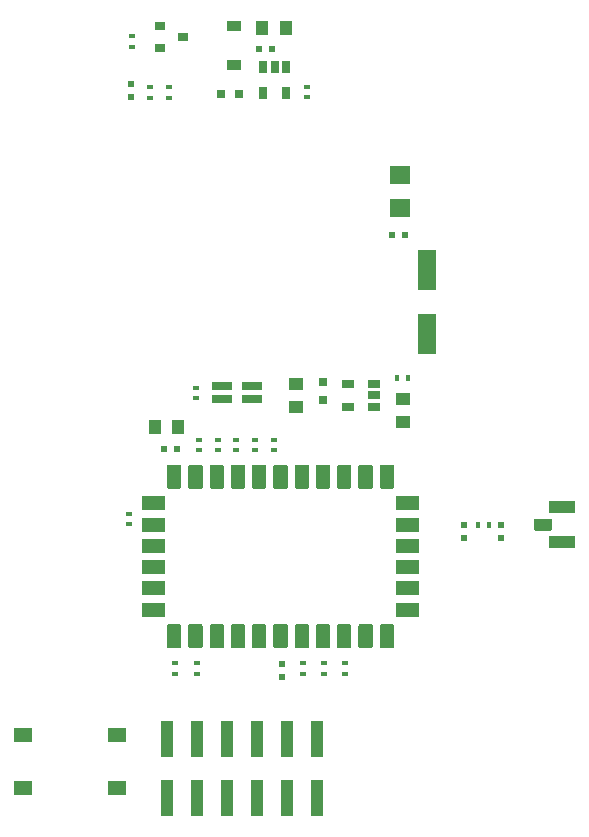
<source format=gbr>
G04 #@! TF.GenerationSoftware,KiCad,Pcbnew,(5.0.0)*
G04 #@! TF.CreationDate,2019-03-03T03:18:43+05:30*
G04 #@! TF.ProjectId,LoRa_Modbus,4C6F52615F4D6F646275732E6B696361,rev?*
G04 #@! TF.SameCoordinates,Original*
G04 #@! TF.FileFunction,Paste,Top*
G04 #@! TF.FilePolarity,Positive*
%FSLAX46Y46*%
G04 Gerber Fmt 4.6, Leading zero omitted, Abs format (unit mm)*
G04 Created by KiCad (PCBNEW (5.0.0)) date 03/03/19 03:18:43*
%MOMM*%
%LPD*%
G01*
G04 APERTURE LIST*
%ADD10R,0.800000X0.750000*%
%ADD11R,1.000000X1.250000*%
%ADD12R,0.600000X0.500000*%
%ADD13R,1.600000X3.500000*%
%ADD14R,0.500000X0.600000*%
%ADD15R,1.250000X1.000000*%
%ADD16R,0.750000X0.800000*%
%ADD17R,1.200000X0.900000*%
%ADD18R,1.800000X0.800000*%
%ADD19R,1.798320X1.597660*%
%ADD20R,1.000000X3.150000*%
%ADD21C,0.100000*%
%ADD22C,1.016000*%
%ADD23R,0.400000X0.600000*%
%ADD24R,0.900000X0.800000*%
%ADD25R,0.600000X0.400000*%
%ADD26R,1.550000X1.300000*%
%ADD27R,0.650000X1.060000*%
%ADD28R,1.060000X0.650000*%
%ADD29C,1.200000*%
G04 APERTURE END LIST*
D10*
G04 #@! TO.C,C1*
X106712320Y-84942680D03*
X108212320Y-84942680D03*
G04 #@! TD*
D11*
G04 #@! TO.C,C2*
X110151200Y-79354680D03*
X112151200Y-79354680D03*
G04 #@! TD*
D12*
G04 #@! TO.C,C3*
X122242780Y-96901000D03*
X121142780Y-96901000D03*
G04 #@! TD*
D13*
G04 #@! TO.C,C4*
X124092780Y-99916000D03*
X124092780Y-105316000D03*
G04 #@! TD*
D14*
G04 #@! TO.C,C5*
X99062540Y-84109560D03*
X99062540Y-85209560D03*
G04 #@! TD*
D15*
G04 #@! TO.C,C6*
X122100340Y-112779108D03*
X122100340Y-110779108D03*
G04 #@! TD*
G04 #@! TO.C,C7*
X113047780Y-111515400D03*
X113047780Y-109515400D03*
G04 #@! TD*
D16*
G04 #@! TO.C,C8*
X115288560Y-109402880D03*
X115288560Y-110902880D03*
G04 #@! TD*
D11*
G04 #@! TO.C,C9*
X101049580Y-113207800D03*
X103049580Y-113207800D03*
G04 #@! TD*
D12*
G04 #@! TO.C,C10*
X102914540Y-115001400D03*
X101814540Y-115001400D03*
G04 #@! TD*
D14*
G04 #@! TO.C,C11*
X130347720Y-122530440D03*
X130347720Y-121430440D03*
G04 #@! TD*
G04 #@! TO.C,C12*
X127233680Y-121430440D03*
X127233680Y-122530440D03*
G04 #@! TD*
G04 #@! TO.C,C13*
X111841280Y-133261620D03*
X111841280Y-134361620D03*
G04 #@! TD*
D12*
G04 #@! TO.C,C23*
X110951200Y-81168240D03*
X109851200Y-81168240D03*
G04 #@! TD*
D17*
G04 #@! TO.C,D1*
X107777280Y-79238840D03*
X107777280Y-82538840D03*
G04 #@! TD*
D18*
G04 #@! TO.C,D2*
X106758740Y-109702600D03*
X109258740Y-109702600D03*
X106758740Y-110802600D03*
X109258740Y-110802600D03*
G04 #@! TD*
D19*
G04 #@! TO.C,F1*
X121793000Y-94630240D03*
X121793000Y-91831160D03*
G04 #@! TD*
D20*
G04 #@! TO.C,J3*
X102097840Y-144622760D03*
X102097840Y-139572760D03*
X104637840Y-144622760D03*
X104637840Y-139572760D03*
X107177840Y-144622760D03*
X107177840Y-139572760D03*
X109717840Y-144622760D03*
X109717840Y-139572760D03*
X112257840Y-144622760D03*
X112257840Y-139572760D03*
X114797840Y-144622760D03*
X114797840Y-139572760D03*
G04 #@! TD*
D21*
G04 #@! TO.C,J$1*
G36*
X134594399Y-120919729D02*
X134604261Y-120921192D01*
X134613933Y-120923615D01*
X134623321Y-120926974D01*
X134632334Y-120931237D01*
X134640886Y-120936363D01*
X134648894Y-120942302D01*
X134656282Y-120948998D01*
X134662978Y-120956386D01*
X134668917Y-120964394D01*
X134674043Y-120972946D01*
X134678306Y-120981959D01*
X134681665Y-120991347D01*
X134684088Y-121001019D01*
X134685551Y-121010881D01*
X134686040Y-121020840D01*
X134686040Y-121833640D01*
X134685551Y-121843599D01*
X134684088Y-121853461D01*
X134681665Y-121863133D01*
X134678306Y-121872521D01*
X134674043Y-121881534D01*
X134668917Y-121890086D01*
X134662978Y-121898094D01*
X134656282Y-121905482D01*
X134648894Y-121912178D01*
X134640886Y-121918117D01*
X134632334Y-121923243D01*
X134623321Y-121927506D01*
X134613933Y-121930865D01*
X134604261Y-121933288D01*
X134594399Y-121934751D01*
X134584440Y-121935240D01*
X133263640Y-121935240D01*
X133253681Y-121934751D01*
X133243819Y-121933288D01*
X133234147Y-121930865D01*
X133224759Y-121927506D01*
X133215746Y-121923243D01*
X133207194Y-121918117D01*
X133199186Y-121912178D01*
X133191798Y-121905482D01*
X133185102Y-121898094D01*
X133179163Y-121890086D01*
X133174037Y-121881534D01*
X133169774Y-121872521D01*
X133166415Y-121863133D01*
X133163992Y-121853461D01*
X133162529Y-121843599D01*
X133162040Y-121833640D01*
X133162040Y-121020840D01*
X133162529Y-121010881D01*
X133163992Y-121001019D01*
X133166415Y-120991347D01*
X133169774Y-120981959D01*
X133174037Y-120972946D01*
X133179163Y-120964394D01*
X133185102Y-120956386D01*
X133191798Y-120948998D01*
X133199186Y-120942302D01*
X133207194Y-120936363D01*
X133215746Y-120931237D01*
X133224759Y-120926974D01*
X133234147Y-120923615D01*
X133243819Y-120921192D01*
X133253681Y-120919729D01*
X133263640Y-120919240D01*
X134584440Y-120919240D01*
X134594399Y-120919729D01*
X134594399Y-120919729D01*
G37*
D22*
X133924040Y-121427240D03*
D21*
G36*
X136552649Y-119449479D02*
X136562511Y-119450942D01*
X136572183Y-119453365D01*
X136581571Y-119456724D01*
X136590584Y-119460987D01*
X136599136Y-119466113D01*
X136607144Y-119472052D01*
X136614532Y-119478748D01*
X136621228Y-119486136D01*
X136627167Y-119494144D01*
X136632293Y-119502696D01*
X136636556Y-119511709D01*
X136639915Y-119521097D01*
X136642338Y-119530769D01*
X136643801Y-119540631D01*
X136644290Y-119550590D01*
X136644290Y-120363390D01*
X136643801Y-120373349D01*
X136642338Y-120383211D01*
X136639915Y-120392883D01*
X136636556Y-120402271D01*
X136632293Y-120411284D01*
X136627167Y-120419836D01*
X136621228Y-120427844D01*
X136614532Y-120435232D01*
X136607144Y-120441928D01*
X136599136Y-120447867D01*
X136590584Y-120452993D01*
X136581571Y-120457256D01*
X136572183Y-120460615D01*
X136562511Y-120463038D01*
X136552649Y-120464501D01*
X136542690Y-120464990D01*
X134545890Y-120464990D01*
X134535931Y-120464501D01*
X134526069Y-120463038D01*
X134516397Y-120460615D01*
X134507009Y-120457256D01*
X134497996Y-120452993D01*
X134489444Y-120447867D01*
X134481436Y-120441928D01*
X134474048Y-120435232D01*
X134467352Y-120427844D01*
X134461413Y-120419836D01*
X134456287Y-120411284D01*
X134452024Y-120402271D01*
X134448665Y-120392883D01*
X134446242Y-120383211D01*
X134444779Y-120373349D01*
X134444290Y-120363390D01*
X134444290Y-119550590D01*
X134444779Y-119540631D01*
X134446242Y-119530769D01*
X134448665Y-119521097D01*
X134452024Y-119511709D01*
X134456287Y-119502696D01*
X134461413Y-119494144D01*
X134467352Y-119486136D01*
X134474048Y-119478748D01*
X134481436Y-119472052D01*
X134489444Y-119466113D01*
X134497996Y-119460987D01*
X134507009Y-119456724D01*
X134516397Y-119453365D01*
X134526069Y-119450942D01*
X134535931Y-119449479D01*
X134545890Y-119448990D01*
X136542690Y-119448990D01*
X136552649Y-119449479D01*
X136552649Y-119449479D01*
G37*
D22*
X135544290Y-119956990D03*
D21*
G36*
X136552649Y-122389979D02*
X136562511Y-122391442D01*
X136572183Y-122393865D01*
X136581571Y-122397224D01*
X136590584Y-122401487D01*
X136599136Y-122406613D01*
X136607144Y-122412552D01*
X136614532Y-122419248D01*
X136621228Y-122426636D01*
X136627167Y-122434644D01*
X136632293Y-122443196D01*
X136636556Y-122452209D01*
X136639915Y-122461597D01*
X136642338Y-122471269D01*
X136643801Y-122481131D01*
X136644290Y-122491090D01*
X136644290Y-123303890D01*
X136643801Y-123313849D01*
X136642338Y-123323711D01*
X136639915Y-123333383D01*
X136636556Y-123342771D01*
X136632293Y-123351784D01*
X136627167Y-123360336D01*
X136621228Y-123368344D01*
X136614532Y-123375732D01*
X136607144Y-123382428D01*
X136599136Y-123388367D01*
X136590584Y-123393493D01*
X136581571Y-123397756D01*
X136572183Y-123401115D01*
X136562511Y-123403538D01*
X136552649Y-123405001D01*
X136542690Y-123405490D01*
X134545890Y-123405490D01*
X134535931Y-123405001D01*
X134526069Y-123403538D01*
X134516397Y-123401115D01*
X134507009Y-123397756D01*
X134497996Y-123393493D01*
X134489444Y-123388367D01*
X134481436Y-123382428D01*
X134474048Y-123375732D01*
X134467352Y-123368344D01*
X134461413Y-123360336D01*
X134456287Y-123351784D01*
X134452024Y-123342771D01*
X134448665Y-123333383D01*
X134446242Y-123323711D01*
X134444779Y-123313849D01*
X134444290Y-123303890D01*
X134444290Y-122491090D01*
X134444779Y-122481131D01*
X134446242Y-122471269D01*
X134448665Y-122461597D01*
X134452024Y-122452209D01*
X134456287Y-122443196D01*
X134461413Y-122434644D01*
X134467352Y-122426636D01*
X134474048Y-122419248D01*
X134481436Y-122412552D01*
X134489444Y-122406613D01*
X134497996Y-122401487D01*
X134507009Y-122397224D01*
X134516397Y-122393865D01*
X134526069Y-122391442D01*
X134535931Y-122389979D01*
X134545890Y-122389490D01*
X136542690Y-122389490D01*
X136552649Y-122389979D01*
X136552649Y-122389979D01*
G37*
D22*
X135544290Y-122897490D03*
G04 #@! TD*
D23*
G04 #@! TO.C,L1*
X128429600Y-121427240D03*
X129329600Y-121427240D03*
G04 #@! TD*
D24*
G04 #@! TO.C,Q1*
X103473760Y-80167480D03*
X101473760Y-81117480D03*
X101473760Y-79217480D03*
G04 #@! TD*
D25*
G04 #@! TO.C,R1*
X113969800Y-85265680D03*
X113969800Y-84365680D03*
G04 #@! TD*
G04 #@! TO.C,R2*
X99146360Y-81001020D03*
X99146360Y-80101020D03*
G04 #@! TD*
G04 #@! TO.C,R3*
X102288340Y-84409560D03*
X102288340Y-85309560D03*
G04 #@! TD*
G04 #@! TO.C,R4*
X100645440Y-84409560D03*
X100645440Y-85309560D03*
G04 #@! TD*
D23*
G04 #@! TO.C,R5*
X121599540Y-109031268D03*
X122499540Y-109031268D03*
G04 #@! TD*
D25*
G04 #@! TO.C,R6*
X109571790Y-114256400D03*
X109571790Y-115156400D03*
G04 #@! TD*
G04 #@! TO.C,R7*
X113608066Y-133161620D03*
X113608066Y-134061620D03*
G04 #@! TD*
G04 #@! TO.C,R8*
X111163100Y-114256400D03*
X111163100Y-115156400D03*
G04 #@! TD*
G04 #@! TO.C,R9*
X117139720Y-133161620D03*
X117139720Y-134061620D03*
G04 #@! TD*
G04 #@! TO.C,R10*
X115373892Y-134061620D03*
X115373892Y-133161620D03*
G04 #@! TD*
G04 #@! TO.C,R11*
X104637840Y-134061620D03*
X104637840Y-133161620D03*
G04 #@! TD*
G04 #@! TO.C,R12*
X102814120Y-134061620D03*
X102814120Y-133161620D03*
G04 #@! TD*
G04 #@! TO.C,R13*
X104797860Y-115156400D03*
X104797860Y-114256400D03*
G04 #@! TD*
G04 #@! TO.C,R14*
X98882200Y-120512000D03*
X98882200Y-121412000D03*
G04 #@! TD*
G04 #@! TO.C,R15*
X104594660Y-109852040D03*
X104594660Y-110752040D03*
G04 #@! TD*
G04 #@! TO.C,R16*
X106389170Y-114256400D03*
X106389170Y-115156400D03*
G04 #@! TD*
G04 #@! TO.C,R17*
X107980480Y-115156400D03*
X107980480Y-114256400D03*
G04 #@! TD*
D26*
G04 #@! TO.C,SW1*
X97883800Y-143753400D03*
X97883800Y-139253400D03*
X89923800Y-139253400D03*
X89923800Y-143753400D03*
G04 #@! TD*
D27*
G04 #@! TO.C,U1*
X112151200Y-82704760D03*
X111201200Y-82704760D03*
X110251200Y-82704760D03*
X110251200Y-84904760D03*
X112151200Y-84904760D03*
G04 #@! TD*
D28*
G04 #@! TO.C,U3*
X117444340Y-111445080D03*
X117444340Y-109545080D03*
X119644340Y-109545080D03*
X119644340Y-110495080D03*
X119644340Y-111445080D03*
G04 #@! TD*
D21*
G04 #@! TO.C,U4*
G36*
X101850962Y-122635458D02*
X101862611Y-122637186D01*
X101874034Y-122640047D01*
X101885122Y-122644014D01*
X101895768Y-122649049D01*
X101905868Y-122655104D01*
X101915327Y-122662119D01*
X101924053Y-122670027D01*
X101931961Y-122678753D01*
X101938976Y-122688212D01*
X101945031Y-122698312D01*
X101950066Y-122708958D01*
X101954033Y-122720046D01*
X101956894Y-122731469D01*
X101958622Y-122743118D01*
X101959200Y-122754880D01*
X101959200Y-123714880D01*
X101958622Y-123726642D01*
X101956894Y-123738291D01*
X101954033Y-123749714D01*
X101950066Y-123760802D01*
X101945031Y-123771448D01*
X101938976Y-123781548D01*
X101931961Y-123791007D01*
X101924053Y-123799733D01*
X101915327Y-123807641D01*
X101905868Y-123814656D01*
X101895768Y-123820711D01*
X101885122Y-123825746D01*
X101874034Y-123829713D01*
X101862611Y-123832574D01*
X101850962Y-123834302D01*
X101839200Y-123834880D01*
X100079200Y-123834880D01*
X100067438Y-123834302D01*
X100055789Y-123832574D01*
X100044366Y-123829713D01*
X100033278Y-123825746D01*
X100022632Y-123820711D01*
X100012532Y-123814656D01*
X100003073Y-123807641D01*
X99994347Y-123799733D01*
X99986439Y-123791007D01*
X99979424Y-123781548D01*
X99973369Y-123771448D01*
X99968334Y-123760802D01*
X99964367Y-123749714D01*
X99961506Y-123738291D01*
X99959778Y-123726642D01*
X99959200Y-123714880D01*
X99959200Y-122754880D01*
X99959778Y-122743118D01*
X99961506Y-122731469D01*
X99964367Y-122720046D01*
X99968334Y-122708958D01*
X99973369Y-122698312D01*
X99979424Y-122688212D01*
X99986439Y-122678753D01*
X99994347Y-122670027D01*
X100003073Y-122662119D01*
X100012532Y-122655104D01*
X100022632Y-122649049D01*
X100033278Y-122644014D01*
X100044366Y-122640047D01*
X100055789Y-122637186D01*
X100067438Y-122635458D01*
X100079200Y-122634880D01*
X101839200Y-122634880D01*
X101850962Y-122635458D01*
X101850962Y-122635458D01*
G37*
D29*
X100959200Y-123234880D03*
D21*
G36*
X101850962Y-120835458D02*
X101862611Y-120837186D01*
X101874034Y-120840047D01*
X101885122Y-120844014D01*
X101895768Y-120849049D01*
X101905868Y-120855104D01*
X101915327Y-120862119D01*
X101924053Y-120870027D01*
X101931961Y-120878753D01*
X101938976Y-120888212D01*
X101945031Y-120898312D01*
X101950066Y-120908958D01*
X101954033Y-120920046D01*
X101956894Y-120931469D01*
X101958622Y-120943118D01*
X101959200Y-120954880D01*
X101959200Y-121914880D01*
X101958622Y-121926642D01*
X101956894Y-121938291D01*
X101954033Y-121949714D01*
X101950066Y-121960802D01*
X101945031Y-121971448D01*
X101938976Y-121981548D01*
X101931961Y-121991007D01*
X101924053Y-121999733D01*
X101915327Y-122007641D01*
X101905868Y-122014656D01*
X101895768Y-122020711D01*
X101885122Y-122025746D01*
X101874034Y-122029713D01*
X101862611Y-122032574D01*
X101850962Y-122034302D01*
X101839200Y-122034880D01*
X100079200Y-122034880D01*
X100067438Y-122034302D01*
X100055789Y-122032574D01*
X100044366Y-122029713D01*
X100033278Y-122025746D01*
X100022632Y-122020711D01*
X100012532Y-122014656D01*
X100003073Y-122007641D01*
X99994347Y-121999733D01*
X99986439Y-121991007D01*
X99979424Y-121981548D01*
X99973369Y-121971448D01*
X99968334Y-121960802D01*
X99964367Y-121949714D01*
X99961506Y-121938291D01*
X99959778Y-121926642D01*
X99959200Y-121914880D01*
X99959200Y-120954880D01*
X99959778Y-120943118D01*
X99961506Y-120931469D01*
X99964367Y-120920046D01*
X99968334Y-120908958D01*
X99973369Y-120898312D01*
X99979424Y-120888212D01*
X99986439Y-120878753D01*
X99994347Y-120870027D01*
X100003073Y-120862119D01*
X100012532Y-120855104D01*
X100022632Y-120849049D01*
X100033278Y-120844014D01*
X100044366Y-120840047D01*
X100055789Y-120837186D01*
X100067438Y-120835458D01*
X100079200Y-120834880D01*
X101839200Y-120834880D01*
X101850962Y-120835458D01*
X101850962Y-120835458D01*
G37*
D29*
X100959200Y-121434880D03*
D21*
G36*
X101850962Y-119035458D02*
X101862611Y-119037186D01*
X101874034Y-119040047D01*
X101885122Y-119044014D01*
X101895768Y-119049049D01*
X101905868Y-119055104D01*
X101915327Y-119062119D01*
X101924053Y-119070027D01*
X101931961Y-119078753D01*
X101938976Y-119088212D01*
X101945031Y-119098312D01*
X101950066Y-119108958D01*
X101954033Y-119120046D01*
X101956894Y-119131469D01*
X101958622Y-119143118D01*
X101959200Y-119154880D01*
X101959200Y-120114880D01*
X101958622Y-120126642D01*
X101956894Y-120138291D01*
X101954033Y-120149714D01*
X101950066Y-120160802D01*
X101945031Y-120171448D01*
X101938976Y-120181548D01*
X101931961Y-120191007D01*
X101924053Y-120199733D01*
X101915327Y-120207641D01*
X101905868Y-120214656D01*
X101895768Y-120220711D01*
X101885122Y-120225746D01*
X101874034Y-120229713D01*
X101862611Y-120232574D01*
X101850962Y-120234302D01*
X101839200Y-120234880D01*
X100079200Y-120234880D01*
X100067438Y-120234302D01*
X100055789Y-120232574D01*
X100044366Y-120229713D01*
X100033278Y-120225746D01*
X100022632Y-120220711D01*
X100012532Y-120214656D01*
X100003073Y-120207641D01*
X99994347Y-120199733D01*
X99986439Y-120191007D01*
X99979424Y-120181548D01*
X99973369Y-120171448D01*
X99968334Y-120160802D01*
X99964367Y-120149714D01*
X99961506Y-120138291D01*
X99959778Y-120126642D01*
X99959200Y-120114880D01*
X99959200Y-119154880D01*
X99959778Y-119143118D01*
X99961506Y-119131469D01*
X99964367Y-119120046D01*
X99968334Y-119108958D01*
X99973369Y-119098312D01*
X99979424Y-119088212D01*
X99986439Y-119078753D01*
X99994347Y-119070027D01*
X100003073Y-119062119D01*
X100012532Y-119055104D01*
X100022632Y-119049049D01*
X100033278Y-119044014D01*
X100044366Y-119040047D01*
X100055789Y-119037186D01*
X100067438Y-119035458D01*
X100079200Y-119034880D01*
X101839200Y-119034880D01*
X101850962Y-119035458D01*
X101850962Y-119035458D01*
G37*
D29*
X100959200Y-119634880D03*
D21*
G36*
X101850962Y-124435458D02*
X101862611Y-124437186D01*
X101874034Y-124440047D01*
X101885122Y-124444014D01*
X101895768Y-124449049D01*
X101905868Y-124455104D01*
X101915327Y-124462119D01*
X101924053Y-124470027D01*
X101931961Y-124478753D01*
X101938976Y-124488212D01*
X101945031Y-124498312D01*
X101950066Y-124508958D01*
X101954033Y-124520046D01*
X101956894Y-124531469D01*
X101958622Y-124543118D01*
X101959200Y-124554880D01*
X101959200Y-125514880D01*
X101958622Y-125526642D01*
X101956894Y-125538291D01*
X101954033Y-125549714D01*
X101950066Y-125560802D01*
X101945031Y-125571448D01*
X101938976Y-125581548D01*
X101931961Y-125591007D01*
X101924053Y-125599733D01*
X101915327Y-125607641D01*
X101905868Y-125614656D01*
X101895768Y-125620711D01*
X101885122Y-125625746D01*
X101874034Y-125629713D01*
X101862611Y-125632574D01*
X101850962Y-125634302D01*
X101839200Y-125634880D01*
X100079200Y-125634880D01*
X100067438Y-125634302D01*
X100055789Y-125632574D01*
X100044366Y-125629713D01*
X100033278Y-125625746D01*
X100022632Y-125620711D01*
X100012532Y-125614656D01*
X100003073Y-125607641D01*
X99994347Y-125599733D01*
X99986439Y-125591007D01*
X99979424Y-125581548D01*
X99973369Y-125571448D01*
X99968334Y-125560802D01*
X99964367Y-125549714D01*
X99961506Y-125538291D01*
X99959778Y-125526642D01*
X99959200Y-125514880D01*
X99959200Y-124554880D01*
X99959778Y-124543118D01*
X99961506Y-124531469D01*
X99964367Y-124520046D01*
X99968334Y-124508958D01*
X99973369Y-124498312D01*
X99979424Y-124488212D01*
X99986439Y-124478753D01*
X99994347Y-124470027D01*
X100003073Y-124462119D01*
X100012532Y-124455104D01*
X100022632Y-124449049D01*
X100033278Y-124444014D01*
X100044366Y-124440047D01*
X100055789Y-124437186D01*
X100067438Y-124435458D01*
X100079200Y-124434880D01*
X101839200Y-124434880D01*
X101850962Y-124435458D01*
X101850962Y-124435458D01*
G37*
D29*
X100959200Y-125034880D03*
D21*
G36*
X101850962Y-126235458D02*
X101862611Y-126237186D01*
X101874034Y-126240047D01*
X101885122Y-126244014D01*
X101895768Y-126249049D01*
X101905868Y-126255104D01*
X101915327Y-126262119D01*
X101924053Y-126270027D01*
X101931961Y-126278753D01*
X101938976Y-126288212D01*
X101945031Y-126298312D01*
X101950066Y-126308958D01*
X101954033Y-126320046D01*
X101956894Y-126331469D01*
X101958622Y-126343118D01*
X101959200Y-126354880D01*
X101959200Y-127314880D01*
X101958622Y-127326642D01*
X101956894Y-127338291D01*
X101954033Y-127349714D01*
X101950066Y-127360802D01*
X101945031Y-127371448D01*
X101938976Y-127381548D01*
X101931961Y-127391007D01*
X101924053Y-127399733D01*
X101915327Y-127407641D01*
X101905868Y-127414656D01*
X101895768Y-127420711D01*
X101885122Y-127425746D01*
X101874034Y-127429713D01*
X101862611Y-127432574D01*
X101850962Y-127434302D01*
X101839200Y-127434880D01*
X100079200Y-127434880D01*
X100067438Y-127434302D01*
X100055789Y-127432574D01*
X100044366Y-127429713D01*
X100033278Y-127425746D01*
X100022632Y-127420711D01*
X100012532Y-127414656D01*
X100003073Y-127407641D01*
X99994347Y-127399733D01*
X99986439Y-127391007D01*
X99979424Y-127381548D01*
X99973369Y-127371448D01*
X99968334Y-127360802D01*
X99964367Y-127349714D01*
X99961506Y-127338291D01*
X99959778Y-127326642D01*
X99959200Y-127314880D01*
X99959200Y-126354880D01*
X99959778Y-126343118D01*
X99961506Y-126331469D01*
X99964367Y-126320046D01*
X99968334Y-126308958D01*
X99973369Y-126298312D01*
X99979424Y-126288212D01*
X99986439Y-126278753D01*
X99994347Y-126270027D01*
X100003073Y-126262119D01*
X100012532Y-126255104D01*
X100022632Y-126249049D01*
X100033278Y-126244014D01*
X100044366Y-126240047D01*
X100055789Y-126237186D01*
X100067438Y-126235458D01*
X100079200Y-126234880D01*
X101839200Y-126234880D01*
X101850962Y-126235458D01*
X101850962Y-126235458D01*
G37*
D29*
X100959200Y-126834880D03*
D21*
G36*
X101850962Y-128035458D02*
X101862611Y-128037186D01*
X101874034Y-128040047D01*
X101885122Y-128044014D01*
X101895768Y-128049049D01*
X101905868Y-128055104D01*
X101915327Y-128062119D01*
X101924053Y-128070027D01*
X101931961Y-128078753D01*
X101938976Y-128088212D01*
X101945031Y-128098312D01*
X101950066Y-128108958D01*
X101954033Y-128120046D01*
X101956894Y-128131469D01*
X101958622Y-128143118D01*
X101959200Y-128154880D01*
X101959200Y-129114880D01*
X101958622Y-129126642D01*
X101956894Y-129138291D01*
X101954033Y-129149714D01*
X101950066Y-129160802D01*
X101945031Y-129171448D01*
X101938976Y-129181548D01*
X101931961Y-129191007D01*
X101924053Y-129199733D01*
X101915327Y-129207641D01*
X101905868Y-129214656D01*
X101895768Y-129220711D01*
X101885122Y-129225746D01*
X101874034Y-129229713D01*
X101862611Y-129232574D01*
X101850962Y-129234302D01*
X101839200Y-129234880D01*
X100079200Y-129234880D01*
X100067438Y-129234302D01*
X100055789Y-129232574D01*
X100044366Y-129229713D01*
X100033278Y-129225746D01*
X100022632Y-129220711D01*
X100012532Y-129214656D01*
X100003073Y-129207641D01*
X99994347Y-129199733D01*
X99986439Y-129191007D01*
X99979424Y-129181548D01*
X99973369Y-129171448D01*
X99968334Y-129160802D01*
X99964367Y-129149714D01*
X99961506Y-129138291D01*
X99959778Y-129126642D01*
X99959200Y-129114880D01*
X99959200Y-128154880D01*
X99959778Y-128143118D01*
X99961506Y-128131469D01*
X99964367Y-128120046D01*
X99968334Y-128108958D01*
X99973369Y-128098312D01*
X99979424Y-128088212D01*
X99986439Y-128078753D01*
X99994347Y-128070027D01*
X100003073Y-128062119D01*
X100012532Y-128055104D01*
X100022632Y-128049049D01*
X100033278Y-128044014D01*
X100044366Y-128040047D01*
X100055789Y-128037186D01*
X100067438Y-128035458D01*
X100079200Y-128034880D01*
X101839200Y-128034880D01*
X101850962Y-128035458D01*
X101850962Y-128035458D01*
G37*
D29*
X100959200Y-128634880D03*
D21*
G36*
X123350962Y-122635458D02*
X123362611Y-122637186D01*
X123374034Y-122640047D01*
X123385122Y-122644014D01*
X123395768Y-122649049D01*
X123405868Y-122655104D01*
X123415327Y-122662119D01*
X123424053Y-122670027D01*
X123431961Y-122678753D01*
X123438976Y-122688212D01*
X123445031Y-122698312D01*
X123450066Y-122708958D01*
X123454033Y-122720046D01*
X123456894Y-122731469D01*
X123458622Y-122743118D01*
X123459200Y-122754880D01*
X123459200Y-123714880D01*
X123458622Y-123726642D01*
X123456894Y-123738291D01*
X123454033Y-123749714D01*
X123450066Y-123760802D01*
X123445031Y-123771448D01*
X123438976Y-123781548D01*
X123431961Y-123791007D01*
X123424053Y-123799733D01*
X123415327Y-123807641D01*
X123405868Y-123814656D01*
X123395768Y-123820711D01*
X123385122Y-123825746D01*
X123374034Y-123829713D01*
X123362611Y-123832574D01*
X123350962Y-123834302D01*
X123339200Y-123834880D01*
X121579200Y-123834880D01*
X121567438Y-123834302D01*
X121555789Y-123832574D01*
X121544366Y-123829713D01*
X121533278Y-123825746D01*
X121522632Y-123820711D01*
X121512532Y-123814656D01*
X121503073Y-123807641D01*
X121494347Y-123799733D01*
X121486439Y-123791007D01*
X121479424Y-123781548D01*
X121473369Y-123771448D01*
X121468334Y-123760802D01*
X121464367Y-123749714D01*
X121461506Y-123738291D01*
X121459778Y-123726642D01*
X121459200Y-123714880D01*
X121459200Y-122754880D01*
X121459778Y-122743118D01*
X121461506Y-122731469D01*
X121464367Y-122720046D01*
X121468334Y-122708958D01*
X121473369Y-122698312D01*
X121479424Y-122688212D01*
X121486439Y-122678753D01*
X121494347Y-122670027D01*
X121503073Y-122662119D01*
X121512532Y-122655104D01*
X121522632Y-122649049D01*
X121533278Y-122644014D01*
X121544366Y-122640047D01*
X121555789Y-122637186D01*
X121567438Y-122635458D01*
X121579200Y-122634880D01*
X123339200Y-122634880D01*
X123350962Y-122635458D01*
X123350962Y-122635458D01*
G37*
D29*
X122459200Y-123234880D03*
D21*
G36*
X123350962Y-119035458D02*
X123362611Y-119037186D01*
X123374034Y-119040047D01*
X123385122Y-119044014D01*
X123395768Y-119049049D01*
X123405868Y-119055104D01*
X123415327Y-119062119D01*
X123424053Y-119070027D01*
X123431961Y-119078753D01*
X123438976Y-119088212D01*
X123445031Y-119098312D01*
X123450066Y-119108958D01*
X123454033Y-119120046D01*
X123456894Y-119131469D01*
X123458622Y-119143118D01*
X123459200Y-119154880D01*
X123459200Y-120114880D01*
X123458622Y-120126642D01*
X123456894Y-120138291D01*
X123454033Y-120149714D01*
X123450066Y-120160802D01*
X123445031Y-120171448D01*
X123438976Y-120181548D01*
X123431961Y-120191007D01*
X123424053Y-120199733D01*
X123415327Y-120207641D01*
X123405868Y-120214656D01*
X123395768Y-120220711D01*
X123385122Y-120225746D01*
X123374034Y-120229713D01*
X123362611Y-120232574D01*
X123350962Y-120234302D01*
X123339200Y-120234880D01*
X121579200Y-120234880D01*
X121567438Y-120234302D01*
X121555789Y-120232574D01*
X121544366Y-120229713D01*
X121533278Y-120225746D01*
X121522632Y-120220711D01*
X121512532Y-120214656D01*
X121503073Y-120207641D01*
X121494347Y-120199733D01*
X121486439Y-120191007D01*
X121479424Y-120181548D01*
X121473369Y-120171448D01*
X121468334Y-120160802D01*
X121464367Y-120149714D01*
X121461506Y-120138291D01*
X121459778Y-120126642D01*
X121459200Y-120114880D01*
X121459200Y-119154880D01*
X121459778Y-119143118D01*
X121461506Y-119131469D01*
X121464367Y-119120046D01*
X121468334Y-119108958D01*
X121473369Y-119098312D01*
X121479424Y-119088212D01*
X121486439Y-119078753D01*
X121494347Y-119070027D01*
X121503073Y-119062119D01*
X121512532Y-119055104D01*
X121522632Y-119049049D01*
X121533278Y-119044014D01*
X121544366Y-119040047D01*
X121555789Y-119037186D01*
X121567438Y-119035458D01*
X121579200Y-119034880D01*
X123339200Y-119034880D01*
X123350962Y-119035458D01*
X123350962Y-119035458D01*
G37*
D29*
X122459200Y-119634880D03*
D21*
G36*
X123350962Y-120835458D02*
X123362611Y-120837186D01*
X123374034Y-120840047D01*
X123385122Y-120844014D01*
X123395768Y-120849049D01*
X123405868Y-120855104D01*
X123415327Y-120862119D01*
X123424053Y-120870027D01*
X123431961Y-120878753D01*
X123438976Y-120888212D01*
X123445031Y-120898312D01*
X123450066Y-120908958D01*
X123454033Y-120920046D01*
X123456894Y-120931469D01*
X123458622Y-120943118D01*
X123459200Y-120954880D01*
X123459200Y-121914880D01*
X123458622Y-121926642D01*
X123456894Y-121938291D01*
X123454033Y-121949714D01*
X123450066Y-121960802D01*
X123445031Y-121971448D01*
X123438976Y-121981548D01*
X123431961Y-121991007D01*
X123424053Y-121999733D01*
X123415327Y-122007641D01*
X123405868Y-122014656D01*
X123395768Y-122020711D01*
X123385122Y-122025746D01*
X123374034Y-122029713D01*
X123362611Y-122032574D01*
X123350962Y-122034302D01*
X123339200Y-122034880D01*
X121579200Y-122034880D01*
X121567438Y-122034302D01*
X121555789Y-122032574D01*
X121544366Y-122029713D01*
X121533278Y-122025746D01*
X121522632Y-122020711D01*
X121512532Y-122014656D01*
X121503073Y-122007641D01*
X121494347Y-121999733D01*
X121486439Y-121991007D01*
X121479424Y-121981548D01*
X121473369Y-121971448D01*
X121468334Y-121960802D01*
X121464367Y-121949714D01*
X121461506Y-121938291D01*
X121459778Y-121926642D01*
X121459200Y-121914880D01*
X121459200Y-120954880D01*
X121459778Y-120943118D01*
X121461506Y-120931469D01*
X121464367Y-120920046D01*
X121468334Y-120908958D01*
X121473369Y-120898312D01*
X121479424Y-120888212D01*
X121486439Y-120878753D01*
X121494347Y-120870027D01*
X121503073Y-120862119D01*
X121512532Y-120855104D01*
X121522632Y-120849049D01*
X121533278Y-120844014D01*
X121544366Y-120840047D01*
X121555789Y-120837186D01*
X121567438Y-120835458D01*
X121579200Y-120834880D01*
X123339200Y-120834880D01*
X123350962Y-120835458D01*
X123350962Y-120835458D01*
G37*
D29*
X122459200Y-121434880D03*
D21*
G36*
X123350962Y-124435458D02*
X123362611Y-124437186D01*
X123374034Y-124440047D01*
X123385122Y-124444014D01*
X123395768Y-124449049D01*
X123405868Y-124455104D01*
X123415327Y-124462119D01*
X123424053Y-124470027D01*
X123431961Y-124478753D01*
X123438976Y-124488212D01*
X123445031Y-124498312D01*
X123450066Y-124508958D01*
X123454033Y-124520046D01*
X123456894Y-124531469D01*
X123458622Y-124543118D01*
X123459200Y-124554880D01*
X123459200Y-125514880D01*
X123458622Y-125526642D01*
X123456894Y-125538291D01*
X123454033Y-125549714D01*
X123450066Y-125560802D01*
X123445031Y-125571448D01*
X123438976Y-125581548D01*
X123431961Y-125591007D01*
X123424053Y-125599733D01*
X123415327Y-125607641D01*
X123405868Y-125614656D01*
X123395768Y-125620711D01*
X123385122Y-125625746D01*
X123374034Y-125629713D01*
X123362611Y-125632574D01*
X123350962Y-125634302D01*
X123339200Y-125634880D01*
X121579200Y-125634880D01*
X121567438Y-125634302D01*
X121555789Y-125632574D01*
X121544366Y-125629713D01*
X121533278Y-125625746D01*
X121522632Y-125620711D01*
X121512532Y-125614656D01*
X121503073Y-125607641D01*
X121494347Y-125599733D01*
X121486439Y-125591007D01*
X121479424Y-125581548D01*
X121473369Y-125571448D01*
X121468334Y-125560802D01*
X121464367Y-125549714D01*
X121461506Y-125538291D01*
X121459778Y-125526642D01*
X121459200Y-125514880D01*
X121459200Y-124554880D01*
X121459778Y-124543118D01*
X121461506Y-124531469D01*
X121464367Y-124520046D01*
X121468334Y-124508958D01*
X121473369Y-124498312D01*
X121479424Y-124488212D01*
X121486439Y-124478753D01*
X121494347Y-124470027D01*
X121503073Y-124462119D01*
X121512532Y-124455104D01*
X121522632Y-124449049D01*
X121533278Y-124444014D01*
X121544366Y-124440047D01*
X121555789Y-124437186D01*
X121567438Y-124435458D01*
X121579200Y-124434880D01*
X123339200Y-124434880D01*
X123350962Y-124435458D01*
X123350962Y-124435458D01*
G37*
D29*
X122459200Y-125034880D03*
D21*
G36*
X123350962Y-126235458D02*
X123362611Y-126237186D01*
X123374034Y-126240047D01*
X123385122Y-126244014D01*
X123395768Y-126249049D01*
X123405868Y-126255104D01*
X123415327Y-126262119D01*
X123424053Y-126270027D01*
X123431961Y-126278753D01*
X123438976Y-126288212D01*
X123445031Y-126298312D01*
X123450066Y-126308958D01*
X123454033Y-126320046D01*
X123456894Y-126331469D01*
X123458622Y-126343118D01*
X123459200Y-126354880D01*
X123459200Y-127314880D01*
X123458622Y-127326642D01*
X123456894Y-127338291D01*
X123454033Y-127349714D01*
X123450066Y-127360802D01*
X123445031Y-127371448D01*
X123438976Y-127381548D01*
X123431961Y-127391007D01*
X123424053Y-127399733D01*
X123415327Y-127407641D01*
X123405868Y-127414656D01*
X123395768Y-127420711D01*
X123385122Y-127425746D01*
X123374034Y-127429713D01*
X123362611Y-127432574D01*
X123350962Y-127434302D01*
X123339200Y-127434880D01*
X121579200Y-127434880D01*
X121567438Y-127434302D01*
X121555789Y-127432574D01*
X121544366Y-127429713D01*
X121533278Y-127425746D01*
X121522632Y-127420711D01*
X121512532Y-127414656D01*
X121503073Y-127407641D01*
X121494347Y-127399733D01*
X121486439Y-127391007D01*
X121479424Y-127381548D01*
X121473369Y-127371448D01*
X121468334Y-127360802D01*
X121464367Y-127349714D01*
X121461506Y-127338291D01*
X121459778Y-127326642D01*
X121459200Y-127314880D01*
X121459200Y-126354880D01*
X121459778Y-126343118D01*
X121461506Y-126331469D01*
X121464367Y-126320046D01*
X121468334Y-126308958D01*
X121473369Y-126298312D01*
X121479424Y-126288212D01*
X121486439Y-126278753D01*
X121494347Y-126270027D01*
X121503073Y-126262119D01*
X121512532Y-126255104D01*
X121522632Y-126249049D01*
X121533278Y-126244014D01*
X121544366Y-126240047D01*
X121555789Y-126237186D01*
X121567438Y-126235458D01*
X121579200Y-126234880D01*
X123339200Y-126234880D01*
X123350962Y-126235458D01*
X123350962Y-126235458D01*
G37*
D29*
X122459200Y-126834880D03*
D21*
G36*
X123350962Y-128035458D02*
X123362611Y-128037186D01*
X123374034Y-128040047D01*
X123385122Y-128044014D01*
X123395768Y-128049049D01*
X123405868Y-128055104D01*
X123415327Y-128062119D01*
X123424053Y-128070027D01*
X123431961Y-128078753D01*
X123438976Y-128088212D01*
X123445031Y-128098312D01*
X123450066Y-128108958D01*
X123454033Y-128120046D01*
X123456894Y-128131469D01*
X123458622Y-128143118D01*
X123459200Y-128154880D01*
X123459200Y-129114880D01*
X123458622Y-129126642D01*
X123456894Y-129138291D01*
X123454033Y-129149714D01*
X123450066Y-129160802D01*
X123445031Y-129171448D01*
X123438976Y-129181548D01*
X123431961Y-129191007D01*
X123424053Y-129199733D01*
X123415327Y-129207641D01*
X123405868Y-129214656D01*
X123395768Y-129220711D01*
X123385122Y-129225746D01*
X123374034Y-129229713D01*
X123362611Y-129232574D01*
X123350962Y-129234302D01*
X123339200Y-129234880D01*
X121579200Y-129234880D01*
X121567438Y-129234302D01*
X121555789Y-129232574D01*
X121544366Y-129229713D01*
X121533278Y-129225746D01*
X121522632Y-129220711D01*
X121512532Y-129214656D01*
X121503073Y-129207641D01*
X121494347Y-129199733D01*
X121486439Y-129191007D01*
X121479424Y-129181548D01*
X121473369Y-129171448D01*
X121468334Y-129160802D01*
X121464367Y-129149714D01*
X121461506Y-129138291D01*
X121459778Y-129126642D01*
X121459200Y-129114880D01*
X121459200Y-128154880D01*
X121459778Y-128143118D01*
X121461506Y-128131469D01*
X121464367Y-128120046D01*
X121468334Y-128108958D01*
X121473369Y-128098312D01*
X121479424Y-128088212D01*
X121486439Y-128078753D01*
X121494347Y-128070027D01*
X121503073Y-128062119D01*
X121512532Y-128055104D01*
X121522632Y-128049049D01*
X121533278Y-128044014D01*
X121544366Y-128040047D01*
X121555789Y-128037186D01*
X121567438Y-128035458D01*
X121579200Y-128034880D01*
X123339200Y-128034880D01*
X123350962Y-128035458D01*
X123350962Y-128035458D01*
G37*
D29*
X122459200Y-128634880D03*
D21*
G36*
X105000962Y-129885458D02*
X105012611Y-129887186D01*
X105024034Y-129890047D01*
X105035122Y-129894014D01*
X105045768Y-129899049D01*
X105055868Y-129905104D01*
X105065327Y-129912119D01*
X105074053Y-129920027D01*
X105081961Y-129928753D01*
X105088976Y-129938212D01*
X105095031Y-129948312D01*
X105100066Y-129958958D01*
X105104033Y-129970046D01*
X105106894Y-129981469D01*
X105108622Y-129993118D01*
X105109200Y-130004880D01*
X105109200Y-131764880D01*
X105108622Y-131776642D01*
X105106894Y-131788291D01*
X105104033Y-131799714D01*
X105100066Y-131810802D01*
X105095031Y-131821448D01*
X105088976Y-131831548D01*
X105081961Y-131841007D01*
X105074053Y-131849733D01*
X105065327Y-131857641D01*
X105055868Y-131864656D01*
X105045768Y-131870711D01*
X105035122Y-131875746D01*
X105024034Y-131879713D01*
X105012611Y-131882574D01*
X105000962Y-131884302D01*
X104989200Y-131884880D01*
X104029200Y-131884880D01*
X104017438Y-131884302D01*
X104005789Y-131882574D01*
X103994366Y-131879713D01*
X103983278Y-131875746D01*
X103972632Y-131870711D01*
X103962532Y-131864656D01*
X103953073Y-131857641D01*
X103944347Y-131849733D01*
X103936439Y-131841007D01*
X103929424Y-131831548D01*
X103923369Y-131821448D01*
X103918334Y-131810802D01*
X103914367Y-131799714D01*
X103911506Y-131788291D01*
X103909778Y-131776642D01*
X103909200Y-131764880D01*
X103909200Y-130004880D01*
X103909778Y-129993118D01*
X103911506Y-129981469D01*
X103914367Y-129970046D01*
X103918334Y-129958958D01*
X103923369Y-129948312D01*
X103929424Y-129938212D01*
X103936439Y-129928753D01*
X103944347Y-129920027D01*
X103953073Y-129912119D01*
X103962532Y-129905104D01*
X103972632Y-129899049D01*
X103983278Y-129894014D01*
X103994366Y-129890047D01*
X104005789Y-129887186D01*
X104017438Y-129885458D01*
X104029200Y-129884880D01*
X104989200Y-129884880D01*
X105000962Y-129885458D01*
X105000962Y-129885458D01*
G37*
D29*
X104509200Y-130884880D03*
D21*
G36*
X106800962Y-129885458D02*
X106812611Y-129887186D01*
X106824034Y-129890047D01*
X106835122Y-129894014D01*
X106845768Y-129899049D01*
X106855868Y-129905104D01*
X106865327Y-129912119D01*
X106874053Y-129920027D01*
X106881961Y-129928753D01*
X106888976Y-129938212D01*
X106895031Y-129948312D01*
X106900066Y-129958958D01*
X106904033Y-129970046D01*
X106906894Y-129981469D01*
X106908622Y-129993118D01*
X106909200Y-130004880D01*
X106909200Y-131764880D01*
X106908622Y-131776642D01*
X106906894Y-131788291D01*
X106904033Y-131799714D01*
X106900066Y-131810802D01*
X106895031Y-131821448D01*
X106888976Y-131831548D01*
X106881961Y-131841007D01*
X106874053Y-131849733D01*
X106865327Y-131857641D01*
X106855868Y-131864656D01*
X106845768Y-131870711D01*
X106835122Y-131875746D01*
X106824034Y-131879713D01*
X106812611Y-131882574D01*
X106800962Y-131884302D01*
X106789200Y-131884880D01*
X105829200Y-131884880D01*
X105817438Y-131884302D01*
X105805789Y-131882574D01*
X105794366Y-131879713D01*
X105783278Y-131875746D01*
X105772632Y-131870711D01*
X105762532Y-131864656D01*
X105753073Y-131857641D01*
X105744347Y-131849733D01*
X105736439Y-131841007D01*
X105729424Y-131831548D01*
X105723369Y-131821448D01*
X105718334Y-131810802D01*
X105714367Y-131799714D01*
X105711506Y-131788291D01*
X105709778Y-131776642D01*
X105709200Y-131764880D01*
X105709200Y-130004880D01*
X105709778Y-129993118D01*
X105711506Y-129981469D01*
X105714367Y-129970046D01*
X105718334Y-129958958D01*
X105723369Y-129948312D01*
X105729424Y-129938212D01*
X105736439Y-129928753D01*
X105744347Y-129920027D01*
X105753073Y-129912119D01*
X105762532Y-129905104D01*
X105772632Y-129899049D01*
X105783278Y-129894014D01*
X105794366Y-129890047D01*
X105805789Y-129887186D01*
X105817438Y-129885458D01*
X105829200Y-129884880D01*
X106789200Y-129884880D01*
X106800962Y-129885458D01*
X106800962Y-129885458D01*
G37*
D29*
X106309200Y-130884880D03*
D21*
G36*
X108600962Y-129885458D02*
X108612611Y-129887186D01*
X108624034Y-129890047D01*
X108635122Y-129894014D01*
X108645768Y-129899049D01*
X108655868Y-129905104D01*
X108665327Y-129912119D01*
X108674053Y-129920027D01*
X108681961Y-129928753D01*
X108688976Y-129938212D01*
X108695031Y-129948312D01*
X108700066Y-129958958D01*
X108704033Y-129970046D01*
X108706894Y-129981469D01*
X108708622Y-129993118D01*
X108709200Y-130004880D01*
X108709200Y-131764880D01*
X108708622Y-131776642D01*
X108706894Y-131788291D01*
X108704033Y-131799714D01*
X108700066Y-131810802D01*
X108695031Y-131821448D01*
X108688976Y-131831548D01*
X108681961Y-131841007D01*
X108674053Y-131849733D01*
X108665327Y-131857641D01*
X108655868Y-131864656D01*
X108645768Y-131870711D01*
X108635122Y-131875746D01*
X108624034Y-131879713D01*
X108612611Y-131882574D01*
X108600962Y-131884302D01*
X108589200Y-131884880D01*
X107629200Y-131884880D01*
X107617438Y-131884302D01*
X107605789Y-131882574D01*
X107594366Y-131879713D01*
X107583278Y-131875746D01*
X107572632Y-131870711D01*
X107562532Y-131864656D01*
X107553073Y-131857641D01*
X107544347Y-131849733D01*
X107536439Y-131841007D01*
X107529424Y-131831548D01*
X107523369Y-131821448D01*
X107518334Y-131810802D01*
X107514367Y-131799714D01*
X107511506Y-131788291D01*
X107509778Y-131776642D01*
X107509200Y-131764880D01*
X107509200Y-130004880D01*
X107509778Y-129993118D01*
X107511506Y-129981469D01*
X107514367Y-129970046D01*
X107518334Y-129958958D01*
X107523369Y-129948312D01*
X107529424Y-129938212D01*
X107536439Y-129928753D01*
X107544347Y-129920027D01*
X107553073Y-129912119D01*
X107562532Y-129905104D01*
X107572632Y-129899049D01*
X107583278Y-129894014D01*
X107594366Y-129890047D01*
X107605789Y-129887186D01*
X107617438Y-129885458D01*
X107629200Y-129884880D01*
X108589200Y-129884880D01*
X108600962Y-129885458D01*
X108600962Y-129885458D01*
G37*
D29*
X108109200Y-130884880D03*
D21*
G36*
X110400962Y-129885458D02*
X110412611Y-129887186D01*
X110424034Y-129890047D01*
X110435122Y-129894014D01*
X110445768Y-129899049D01*
X110455868Y-129905104D01*
X110465327Y-129912119D01*
X110474053Y-129920027D01*
X110481961Y-129928753D01*
X110488976Y-129938212D01*
X110495031Y-129948312D01*
X110500066Y-129958958D01*
X110504033Y-129970046D01*
X110506894Y-129981469D01*
X110508622Y-129993118D01*
X110509200Y-130004880D01*
X110509200Y-131764880D01*
X110508622Y-131776642D01*
X110506894Y-131788291D01*
X110504033Y-131799714D01*
X110500066Y-131810802D01*
X110495031Y-131821448D01*
X110488976Y-131831548D01*
X110481961Y-131841007D01*
X110474053Y-131849733D01*
X110465327Y-131857641D01*
X110455868Y-131864656D01*
X110445768Y-131870711D01*
X110435122Y-131875746D01*
X110424034Y-131879713D01*
X110412611Y-131882574D01*
X110400962Y-131884302D01*
X110389200Y-131884880D01*
X109429200Y-131884880D01*
X109417438Y-131884302D01*
X109405789Y-131882574D01*
X109394366Y-131879713D01*
X109383278Y-131875746D01*
X109372632Y-131870711D01*
X109362532Y-131864656D01*
X109353073Y-131857641D01*
X109344347Y-131849733D01*
X109336439Y-131841007D01*
X109329424Y-131831548D01*
X109323369Y-131821448D01*
X109318334Y-131810802D01*
X109314367Y-131799714D01*
X109311506Y-131788291D01*
X109309778Y-131776642D01*
X109309200Y-131764880D01*
X109309200Y-130004880D01*
X109309778Y-129993118D01*
X109311506Y-129981469D01*
X109314367Y-129970046D01*
X109318334Y-129958958D01*
X109323369Y-129948312D01*
X109329424Y-129938212D01*
X109336439Y-129928753D01*
X109344347Y-129920027D01*
X109353073Y-129912119D01*
X109362532Y-129905104D01*
X109372632Y-129899049D01*
X109383278Y-129894014D01*
X109394366Y-129890047D01*
X109405789Y-129887186D01*
X109417438Y-129885458D01*
X109429200Y-129884880D01*
X110389200Y-129884880D01*
X110400962Y-129885458D01*
X110400962Y-129885458D01*
G37*
D29*
X109909200Y-130884880D03*
D21*
G36*
X112200962Y-129885458D02*
X112212611Y-129887186D01*
X112224034Y-129890047D01*
X112235122Y-129894014D01*
X112245768Y-129899049D01*
X112255868Y-129905104D01*
X112265327Y-129912119D01*
X112274053Y-129920027D01*
X112281961Y-129928753D01*
X112288976Y-129938212D01*
X112295031Y-129948312D01*
X112300066Y-129958958D01*
X112304033Y-129970046D01*
X112306894Y-129981469D01*
X112308622Y-129993118D01*
X112309200Y-130004880D01*
X112309200Y-131764880D01*
X112308622Y-131776642D01*
X112306894Y-131788291D01*
X112304033Y-131799714D01*
X112300066Y-131810802D01*
X112295031Y-131821448D01*
X112288976Y-131831548D01*
X112281961Y-131841007D01*
X112274053Y-131849733D01*
X112265327Y-131857641D01*
X112255868Y-131864656D01*
X112245768Y-131870711D01*
X112235122Y-131875746D01*
X112224034Y-131879713D01*
X112212611Y-131882574D01*
X112200962Y-131884302D01*
X112189200Y-131884880D01*
X111229200Y-131884880D01*
X111217438Y-131884302D01*
X111205789Y-131882574D01*
X111194366Y-131879713D01*
X111183278Y-131875746D01*
X111172632Y-131870711D01*
X111162532Y-131864656D01*
X111153073Y-131857641D01*
X111144347Y-131849733D01*
X111136439Y-131841007D01*
X111129424Y-131831548D01*
X111123369Y-131821448D01*
X111118334Y-131810802D01*
X111114367Y-131799714D01*
X111111506Y-131788291D01*
X111109778Y-131776642D01*
X111109200Y-131764880D01*
X111109200Y-130004880D01*
X111109778Y-129993118D01*
X111111506Y-129981469D01*
X111114367Y-129970046D01*
X111118334Y-129958958D01*
X111123369Y-129948312D01*
X111129424Y-129938212D01*
X111136439Y-129928753D01*
X111144347Y-129920027D01*
X111153073Y-129912119D01*
X111162532Y-129905104D01*
X111172632Y-129899049D01*
X111183278Y-129894014D01*
X111194366Y-129890047D01*
X111205789Y-129887186D01*
X111217438Y-129885458D01*
X111229200Y-129884880D01*
X112189200Y-129884880D01*
X112200962Y-129885458D01*
X112200962Y-129885458D01*
G37*
D29*
X111709200Y-130884880D03*
D21*
G36*
X114000962Y-129885458D02*
X114012611Y-129887186D01*
X114024034Y-129890047D01*
X114035122Y-129894014D01*
X114045768Y-129899049D01*
X114055868Y-129905104D01*
X114065327Y-129912119D01*
X114074053Y-129920027D01*
X114081961Y-129928753D01*
X114088976Y-129938212D01*
X114095031Y-129948312D01*
X114100066Y-129958958D01*
X114104033Y-129970046D01*
X114106894Y-129981469D01*
X114108622Y-129993118D01*
X114109200Y-130004880D01*
X114109200Y-131764880D01*
X114108622Y-131776642D01*
X114106894Y-131788291D01*
X114104033Y-131799714D01*
X114100066Y-131810802D01*
X114095031Y-131821448D01*
X114088976Y-131831548D01*
X114081961Y-131841007D01*
X114074053Y-131849733D01*
X114065327Y-131857641D01*
X114055868Y-131864656D01*
X114045768Y-131870711D01*
X114035122Y-131875746D01*
X114024034Y-131879713D01*
X114012611Y-131882574D01*
X114000962Y-131884302D01*
X113989200Y-131884880D01*
X113029200Y-131884880D01*
X113017438Y-131884302D01*
X113005789Y-131882574D01*
X112994366Y-131879713D01*
X112983278Y-131875746D01*
X112972632Y-131870711D01*
X112962532Y-131864656D01*
X112953073Y-131857641D01*
X112944347Y-131849733D01*
X112936439Y-131841007D01*
X112929424Y-131831548D01*
X112923369Y-131821448D01*
X112918334Y-131810802D01*
X112914367Y-131799714D01*
X112911506Y-131788291D01*
X112909778Y-131776642D01*
X112909200Y-131764880D01*
X112909200Y-130004880D01*
X112909778Y-129993118D01*
X112911506Y-129981469D01*
X112914367Y-129970046D01*
X112918334Y-129958958D01*
X112923369Y-129948312D01*
X112929424Y-129938212D01*
X112936439Y-129928753D01*
X112944347Y-129920027D01*
X112953073Y-129912119D01*
X112962532Y-129905104D01*
X112972632Y-129899049D01*
X112983278Y-129894014D01*
X112994366Y-129890047D01*
X113005789Y-129887186D01*
X113017438Y-129885458D01*
X113029200Y-129884880D01*
X113989200Y-129884880D01*
X114000962Y-129885458D01*
X114000962Y-129885458D01*
G37*
D29*
X113509200Y-130884880D03*
D21*
G36*
X115800962Y-129885458D02*
X115812611Y-129887186D01*
X115824034Y-129890047D01*
X115835122Y-129894014D01*
X115845768Y-129899049D01*
X115855868Y-129905104D01*
X115865327Y-129912119D01*
X115874053Y-129920027D01*
X115881961Y-129928753D01*
X115888976Y-129938212D01*
X115895031Y-129948312D01*
X115900066Y-129958958D01*
X115904033Y-129970046D01*
X115906894Y-129981469D01*
X115908622Y-129993118D01*
X115909200Y-130004880D01*
X115909200Y-131764880D01*
X115908622Y-131776642D01*
X115906894Y-131788291D01*
X115904033Y-131799714D01*
X115900066Y-131810802D01*
X115895031Y-131821448D01*
X115888976Y-131831548D01*
X115881961Y-131841007D01*
X115874053Y-131849733D01*
X115865327Y-131857641D01*
X115855868Y-131864656D01*
X115845768Y-131870711D01*
X115835122Y-131875746D01*
X115824034Y-131879713D01*
X115812611Y-131882574D01*
X115800962Y-131884302D01*
X115789200Y-131884880D01*
X114829200Y-131884880D01*
X114817438Y-131884302D01*
X114805789Y-131882574D01*
X114794366Y-131879713D01*
X114783278Y-131875746D01*
X114772632Y-131870711D01*
X114762532Y-131864656D01*
X114753073Y-131857641D01*
X114744347Y-131849733D01*
X114736439Y-131841007D01*
X114729424Y-131831548D01*
X114723369Y-131821448D01*
X114718334Y-131810802D01*
X114714367Y-131799714D01*
X114711506Y-131788291D01*
X114709778Y-131776642D01*
X114709200Y-131764880D01*
X114709200Y-130004880D01*
X114709778Y-129993118D01*
X114711506Y-129981469D01*
X114714367Y-129970046D01*
X114718334Y-129958958D01*
X114723369Y-129948312D01*
X114729424Y-129938212D01*
X114736439Y-129928753D01*
X114744347Y-129920027D01*
X114753073Y-129912119D01*
X114762532Y-129905104D01*
X114772632Y-129899049D01*
X114783278Y-129894014D01*
X114794366Y-129890047D01*
X114805789Y-129887186D01*
X114817438Y-129885458D01*
X114829200Y-129884880D01*
X115789200Y-129884880D01*
X115800962Y-129885458D01*
X115800962Y-129885458D01*
G37*
D29*
X115309200Y-130884880D03*
D21*
G36*
X117600962Y-129885458D02*
X117612611Y-129887186D01*
X117624034Y-129890047D01*
X117635122Y-129894014D01*
X117645768Y-129899049D01*
X117655868Y-129905104D01*
X117665327Y-129912119D01*
X117674053Y-129920027D01*
X117681961Y-129928753D01*
X117688976Y-129938212D01*
X117695031Y-129948312D01*
X117700066Y-129958958D01*
X117704033Y-129970046D01*
X117706894Y-129981469D01*
X117708622Y-129993118D01*
X117709200Y-130004880D01*
X117709200Y-131764880D01*
X117708622Y-131776642D01*
X117706894Y-131788291D01*
X117704033Y-131799714D01*
X117700066Y-131810802D01*
X117695031Y-131821448D01*
X117688976Y-131831548D01*
X117681961Y-131841007D01*
X117674053Y-131849733D01*
X117665327Y-131857641D01*
X117655868Y-131864656D01*
X117645768Y-131870711D01*
X117635122Y-131875746D01*
X117624034Y-131879713D01*
X117612611Y-131882574D01*
X117600962Y-131884302D01*
X117589200Y-131884880D01*
X116629200Y-131884880D01*
X116617438Y-131884302D01*
X116605789Y-131882574D01*
X116594366Y-131879713D01*
X116583278Y-131875746D01*
X116572632Y-131870711D01*
X116562532Y-131864656D01*
X116553073Y-131857641D01*
X116544347Y-131849733D01*
X116536439Y-131841007D01*
X116529424Y-131831548D01*
X116523369Y-131821448D01*
X116518334Y-131810802D01*
X116514367Y-131799714D01*
X116511506Y-131788291D01*
X116509778Y-131776642D01*
X116509200Y-131764880D01*
X116509200Y-130004880D01*
X116509778Y-129993118D01*
X116511506Y-129981469D01*
X116514367Y-129970046D01*
X116518334Y-129958958D01*
X116523369Y-129948312D01*
X116529424Y-129938212D01*
X116536439Y-129928753D01*
X116544347Y-129920027D01*
X116553073Y-129912119D01*
X116562532Y-129905104D01*
X116572632Y-129899049D01*
X116583278Y-129894014D01*
X116594366Y-129890047D01*
X116605789Y-129887186D01*
X116617438Y-129885458D01*
X116629200Y-129884880D01*
X117589200Y-129884880D01*
X117600962Y-129885458D01*
X117600962Y-129885458D01*
G37*
D29*
X117109200Y-130884880D03*
D21*
G36*
X119400962Y-129885458D02*
X119412611Y-129887186D01*
X119424034Y-129890047D01*
X119435122Y-129894014D01*
X119445768Y-129899049D01*
X119455868Y-129905104D01*
X119465327Y-129912119D01*
X119474053Y-129920027D01*
X119481961Y-129928753D01*
X119488976Y-129938212D01*
X119495031Y-129948312D01*
X119500066Y-129958958D01*
X119504033Y-129970046D01*
X119506894Y-129981469D01*
X119508622Y-129993118D01*
X119509200Y-130004880D01*
X119509200Y-131764880D01*
X119508622Y-131776642D01*
X119506894Y-131788291D01*
X119504033Y-131799714D01*
X119500066Y-131810802D01*
X119495031Y-131821448D01*
X119488976Y-131831548D01*
X119481961Y-131841007D01*
X119474053Y-131849733D01*
X119465327Y-131857641D01*
X119455868Y-131864656D01*
X119445768Y-131870711D01*
X119435122Y-131875746D01*
X119424034Y-131879713D01*
X119412611Y-131882574D01*
X119400962Y-131884302D01*
X119389200Y-131884880D01*
X118429200Y-131884880D01*
X118417438Y-131884302D01*
X118405789Y-131882574D01*
X118394366Y-131879713D01*
X118383278Y-131875746D01*
X118372632Y-131870711D01*
X118362532Y-131864656D01*
X118353073Y-131857641D01*
X118344347Y-131849733D01*
X118336439Y-131841007D01*
X118329424Y-131831548D01*
X118323369Y-131821448D01*
X118318334Y-131810802D01*
X118314367Y-131799714D01*
X118311506Y-131788291D01*
X118309778Y-131776642D01*
X118309200Y-131764880D01*
X118309200Y-130004880D01*
X118309778Y-129993118D01*
X118311506Y-129981469D01*
X118314367Y-129970046D01*
X118318334Y-129958958D01*
X118323369Y-129948312D01*
X118329424Y-129938212D01*
X118336439Y-129928753D01*
X118344347Y-129920027D01*
X118353073Y-129912119D01*
X118362532Y-129905104D01*
X118372632Y-129899049D01*
X118383278Y-129894014D01*
X118394366Y-129890047D01*
X118405789Y-129887186D01*
X118417438Y-129885458D01*
X118429200Y-129884880D01*
X119389200Y-129884880D01*
X119400962Y-129885458D01*
X119400962Y-129885458D01*
G37*
D29*
X118909200Y-130884880D03*
D21*
G36*
X121200962Y-129885458D02*
X121212611Y-129887186D01*
X121224034Y-129890047D01*
X121235122Y-129894014D01*
X121245768Y-129899049D01*
X121255868Y-129905104D01*
X121265327Y-129912119D01*
X121274053Y-129920027D01*
X121281961Y-129928753D01*
X121288976Y-129938212D01*
X121295031Y-129948312D01*
X121300066Y-129958958D01*
X121304033Y-129970046D01*
X121306894Y-129981469D01*
X121308622Y-129993118D01*
X121309200Y-130004880D01*
X121309200Y-131764880D01*
X121308622Y-131776642D01*
X121306894Y-131788291D01*
X121304033Y-131799714D01*
X121300066Y-131810802D01*
X121295031Y-131821448D01*
X121288976Y-131831548D01*
X121281961Y-131841007D01*
X121274053Y-131849733D01*
X121265327Y-131857641D01*
X121255868Y-131864656D01*
X121245768Y-131870711D01*
X121235122Y-131875746D01*
X121224034Y-131879713D01*
X121212611Y-131882574D01*
X121200962Y-131884302D01*
X121189200Y-131884880D01*
X120229200Y-131884880D01*
X120217438Y-131884302D01*
X120205789Y-131882574D01*
X120194366Y-131879713D01*
X120183278Y-131875746D01*
X120172632Y-131870711D01*
X120162532Y-131864656D01*
X120153073Y-131857641D01*
X120144347Y-131849733D01*
X120136439Y-131841007D01*
X120129424Y-131831548D01*
X120123369Y-131821448D01*
X120118334Y-131810802D01*
X120114367Y-131799714D01*
X120111506Y-131788291D01*
X120109778Y-131776642D01*
X120109200Y-131764880D01*
X120109200Y-130004880D01*
X120109778Y-129993118D01*
X120111506Y-129981469D01*
X120114367Y-129970046D01*
X120118334Y-129958958D01*
X120123369Y-129948312D01*
X120129424Y-129938212D01*
X120136439Y-129928753D01*
X120144347Y-129920027D01*
X120153073Y-129912119D01*
X120162532Y-129905104D01*
X120172632Y-129899049D01*
X120183278Y-129894014D01*
X120194366Y-129890047D01*
X120205789Y-129887186D01*
X120217438Y-129885458D01*
X120229200Y-129884880D01*
X121189200Y-129884880D01*
X121200962Y-129885458D01*
X121200962Y-129885458D01*
G37*
D29*
X120709200Y-130884880D03*
D21*
G36*
X103200962Y-129885458D02*
X103212611Y-129887186D01*
X103224034Y-129890047D01*
X103235122Y-129894014D01*
X103245768Y-129899049D01*
X103255868Y-129905104D01*
X103265327Y-129912119D01*
X103274053Y-129920027D01*
X103281961Y-129928753D01*
X103288976Y-129938212D01*
X103295031Y-129948312D01*
X103300066Y-129958958D01*
X103304033Y-129970046D01*
X103306894Y-129981469D01*
X103308622Y-129993118D01*
X103309200Y-130004880D01*
X103309200Y-131764880D01*
X103308622Y-131776642D01*
X103306894Y-131788291D01*
X103304033Y-131799714D01*
X103300066Y-131810802D01*
X103295031Y-131821448D01*
X103288976Y-131831548D01*
X103281961Y-131841007D01*
X103274053Y-131849733D01*
X103265327Y-131857641D01*
X103255868Y-131864656D01*
X103245768Y-131870711D01*
X103235122Y-131875746D01*
X103224034Y-131879713D01*
X103212611Y-131882574D01*
X103200962Y-131884302D01*
X103189200Y-131884880D01*
X102229200Y-131884880D01*
X102217438Y-131884302D01*
X102205789Y-131882574D01*
X102194366Y-131879713D01*
X102183278Y-131875746D01*
X102172632Y-131870711D01*
X102162532Y-131864656D01*
X102153073Y-131857641D01*
X102144347Y-131849733D01*
X102136439Y-131841007D01*
X102129424Y-131831548D01*
X102123369Y-131821448D01*
X102118334Y-131810802D01*
X102114367Y-131799714D01*
X102111506Y-131788291D01*
X102109778Y-131776642D01*
X102109200Y-131764880D01*
X102109200Y-130004880D01*
X102109778Y-129993118D01*
X102111506Y-129981469D01*
X102114367Y-129970046D01*
X102118334Y-129958958D01*
X102123369Y-129948312D01*
X102129424Y-129938212D01*
X102136439Y-129928753D01*
X102144347Y-129920027D01*
X102153073Y-129912119D01*
X102162532Y-129905104D01*
X102172632Y-129899049D01*
X102183278Y-129894014D01*
X102194366Y-129890047D01*
X102205789Y-129887186D01*
X102217438Y-129885458D01*
X102229200Y-129884880D01*
X103189200Y-129884880D01*
X103200962Y-129885458D01*
X103200962Y-129885458D01*
G37*
D29*
X102709200Y-130884880D03*
D21*
G36*
X105000962Y-116385458D02*
X105012611Y-116387186D01*
X105024034Y-116390047D01*
X105035122Y-116394014D01*
X105045768Y-116399049D01*
X105055868Y-116405104D01*
X105065327Y-116412119D01*
X105074053Y-116420027D01*
X105081961Y-116428753D01*
X105088976Y-116438212D01*
X105095031Y-116448312D01*
X105100066Y-116458958D01*
X105104033Y-116470046D01*
X105106894Y-116481469D01*
X105108622Y-116493118D01*
X105109200Y-116504880D01*
X105109200Y-118264880D01*
X105108622Y-118276642D01*
X105106894Y-118288291D01*
X105104033Y-118299714D01*
X105100066Y-118310802D01*
X105095031Y-118321448D01*
X105088976Y-118331548D01*
X105081961Y-118341007D01*
X105074053Y-118349733D01*
X105065327Y-118357641D01*
X105055868Y-118364656D01*
X105045768Y-118370711D01*
X105035122Y-118375746D01*
X105024034Y-118379713D01*
X105012611Y-118382574D01*
X105000962Y-118384302D01*
X104989200Y-118384880D01*
X104029200Y-118384880D01*
X104017438Y-118384302D01*
X104005789Y-118382574D01*
X103994366Y-118379713D01*
X103983278Y-118375746D01*
X103972632Y-118370711D01*
X103962532Y-118364656D01*
X103953073Y-118357641D01*
X103944347Y-118349733D01*
X103936439Y-118341007D01*
X103929424Y-118331548D01*
X103923369Y-118321448D01*
X103918334Y-118310802D01*
X103914367Y-118299714D01*
X103911506Y-118288291D01*
X103909778Y-118276642D01*
X103909200Y-118264880D01*
X103909200Y-116504880D01*
X103909778Y-116493118D01*
X103911506Y-116481469D01*
X103914367Y-116470046D01*
X103918334Y-116458958D01*
X103923369Y-116448312D01*
X103929424Y-116438212D01*
X103936439Y-116428753D01*
X103944347Y-116420027D01*
X103953073Y-116412119D01*
X103962532Y-116405104D01*
X103972632Y-116399049D01*
X103983278Y-116394014D01*
X103994366Y-116390047D01*
X104005789Y-116387186D01*
X104017438Y-116385458D01*
X104029200Y-116384880D01*
X104989200Y-116384880D01*
X105000962Y-116385458D01*
X105000962Y-116385458D01*
G37*
D29*
X104509200Y-117384880D03*
D21*
G36*
X106800962Y-116385458D02*
X106812611Y-116387186D01*
X106824034Y-116390047D01*
X106835122Y-116394014D01*
X106845768Y-116399049D01*
X106855868Y-116405104D01*
X106865327Y-116412119D01*
X106874053Y-116420027D01*
X106881961Y-116428753D01*
X106888976Y-116438212D01*
X106895031Y-116448312D01*
X106900066Y-116458958D01*
X106904033Y-116470046D01*
X106906894Y-116481469D01*
X106908622Y-116493118D01*
X106909200Y-116504880D01*
X106909200Y-118264880D01*
X106908622Y-118276642D01*
X106906894Y-118288291D01*
X106904033Y-118299714D01*
X106900066Y-118310802D01*
X106895031Y-118321448D01*
X106888976Y-118331548D01*
X106881961Y-118341007D01*
X106874053Y-118349733D01*
X106865327Y-118357641D01*
X106855868Y-118364656D01*
X106845768Y-118370711D01*
X106835122Y-118375746D01*
X106824034Y-118379713D01*
X106812611Y-118382574D01*
X106800962Y-118384302D01*
X106789200Y-118384880D01*
X105829200Y-118384880D01*
X105817438Y-118384302D01*
X105805789Y-118382574D01*
X105794366Y-118379713D01*
X105783278Y-118375746D01*
X105772632Y-118370711D01*
X105762532Y-118364656D01*
X105753073Y-118357641D01*
X105744347Y-118349733D01*
X105736439Y-118341007D01*
X105729424Y-118331548D01*
X105723369Y-118321448D01*
X105718334Y-118310802D01*
X105714367Y-118299714D01*
X105711506Y-118288291D01*
X105709778Y-118276642D01*
X105709200Y-118264880D01*
X105709200Y-116504880D01*
X105709778Y-116493118D01*
X105711506Y-116481469D01*
X105714367Y-116470046D01*
X105718334Y-116458958D01*
X105723369Y-116448312D01*
X105729424Y-116438212D01*
X105736439Y-116428753D01*
X105744347Y-116420027D01*
X105753073Y-116412119D01*
X105762532Y-116405104D01*
X105772632Y-116399049D01*
X105783278Y-116394014D01*
X105794366Y-116390047D01*
X105805789Y-116387186D01*
X105817438Y-116385458D01*
X105829200Y-116384880D01*
X106789200Y-116384880D01*
X106800962Y-116385458D01*
X106800962Y-116385458D01*
G37*
D29*
X106309200Y-117384880D03*
D21*
G36*
X108600962Y-116385458D02*
X108612611Y-116387186D01*
X108624034Y-116390047D01*
X108635122Y-116394014D01*
X108645768Y-116399049D01*
X108655868Y-116405104D01*
X108665327Y-116412119D01*
X108674053Y-116420027D01*
X108681961Y-116428753D01*
X108688976Y-116438212D01*
X108695031Y-116448312D01*
X108700066Y-116458958D01*
X108704033Y-116470046D01*
X108706894Y-116481469D01*
X108708622Y-116493118D01*
X108709200Y-116504880D01*
X108709200Y-118264880D01*
X108708622Y-118276642D01*
X108706894Y-118288291D01*
X108704033Y-118299714D01*
X108700066Y-118310802D01*
X108695031Y-118321448D01*
X108688976Y-118331548D01*
X108681961Y-118341007D01*
X108674053Y-118349733D01*
X108665327Y-118357641D01*
X108655868Y-118364656D01*
X108645768Y-118370711D01*
X108635122Y-118375746D01*
X108624034Y-118379713D01*
X108612611Y-118382574D01*
X108600962Y-118384302D01*
X108589200Y-118384880D01*
X107629200Y-118384880D01*
X107617438Y-118384302D01*
X107605789Y-118382574D01*
X107594366Y-118379713D01*
X107583278Y-118375746D01*
X107572632Y-118370711D01*
X107562532Y-118364656D01*
X107553073Y-118357641D01*
X107544347Y-118349733D01*
X107536439Y-118341007D01*
X107529424Y-118331548D01*
X107523369Y-118321448D01*
X107518334Y-118310802D01*
X107514367Y-118299714D01*
X107511506Y-118288291D01*
X107509778Y-118276642D01*
X107509200Y-118264880D01*
X107509200Y-116504880D01*
X107509778Y-116493118D01*
X107511506Y-116481469D01*
X107514367Y-116470046D01*
X107518334Y-116458958D01*
X107523369Y-116448312D01*
X107529424Y-116438212D01*
X107536439Y-116428753D01*
X107544347Y-116420027D01*
X107553073Y-116412119D01*
X107562532Y-116405104D01*
X107572632Y-116399049D01*
X107583278Y-116394014D01*
X107594366Y-116390047D01*
X107605789Y-116387186D01*
X107617438Y-116385458D01*
X107629200Y-116384880D01*
X108589200Y-116384880D01*
X108600962Y-116385458D01*
X108600962Y-116385458D01*
G37*
D29*
X108109200Y-117384880D03*
D21*
G36*
X110400962Y-116385458D02*
X110412611Y-116387186D01*
X110424034Y-116390047D01*
X110435122Y-116394014D01*
X110445768Y-116399049D01*
X110455868Y-116405104D01*
X110465327Y-116412119D01*
X110474053Y-116420027D01*
X110481961Y-116428753D01*
X110488976Y-116438212D01*
X110495031Y-116448312D01*
X110500066Y-116458958D01*
X110504033Y-116470046D01*
X110506894Y-116481469D01*
X110508622Y-116493118D01*
X110509200Y-116504880D01*
X110509200Y-118264880D01*
X110508622Y-118276642D01*
X110506894Y-118288291D01*
X110504033Y-118299714D01*
X110500066Y-118310802D01*
X110495031Y-118321448D01*
X110488976Y-118331548D01*
X110481961Y-118341007D01*
X110474053Y-118349733D01*
X110465327Y-118357641D01*
X110455868Y-118364656D01*
X110445768Y-118370711D01*
X110435122Y-118375746D01*
X110424034Y-118379713D01*
X110412611Y-118382574D01*
X110400962Y-118384302D01*
X110389200Y-118384880D01*
X109429200Y-118384880D01*
X109417438Y-118384302D01*
X109405789Y-118382574D01*
X109394366Y-118379713D01*
X109383278Y-118375746D01*
X109372632Y-118370711D01*
X109362532Y-118364656D01*
X109353073Y-118357641D01*
X109344347Y-118349733D01*
X109336439Y-118341007D01*
X109329424Y-118331548D01*
X109323369Y-118321448D01*
X109318334Y-118310802D01*
X109314367Y-118299714D01*
X109311506Y-118288291D01*
X109309778Y-118276642D01*
X109309200Y-118264880D01*
X109309200Y-116504880D01*
X109309778Y-116493118D01*
X109311506Y-116481469D01*
X109314367Y-116470046D01*
X109318334Y-116458958D01*
X109323369Y-116448312D01*
X109329424Y-116438212D01*
X109336439Y-116428753D01*
X109344347Y-116420027D01*
X109353073Y-116412119D01*
X109362532Y-116405104D01*
X109372632Y-116399049D01*
X109383278Y-116394014D01*
X109394366Y-116390047D01*
X109405789Y-116387186D01*
X109417438Y-116385458D01*
X109429200Y-116384880D01*
X110389200Y-116384880D01*
X110400962Y-116385458D01*
X110400962Y-116385458D01*
G37*
D29*
X109909200Y-117384880D03*
D21*
G36*
X112200962Y-116385458D02*
X112212611Y-116387186D01*
X112224034Y-116390047D01*
X112235122Y-116394014D01*
X112245768Y-116399049D01*
X112255868Y-116405104D01*
X112265327Y-116412119D01*
X112274053Y-116420027D01*
X112281961Y-116428753D01*
X112288976Y-116438212D01*
X112295031Y-116448312D01*
X112300066Y-116458958D01*
X112304033Y-116470046D01*
X112306894Y-116481469D01*
X112308622Y-116493118D01*
X112309200Y-116504880D01*
X112309200Y-118264880D01*
X112308622Y-118276642D01*
X112306894Y-118288291D01*
X112304033Y-118299714D01*
X112300066Y-118310802D01*
X112295031Y-118321448D01*
X112288976Y-118331548D01*
X112281961Y-118341007D01*
X112274053Y-118349733D01*
X112265327Y-118357641D01*
X112255868Y-118364656D01*
X112245768Y-118370711D01*
X112235122Y-118375746D01*
X112224034Y-118379713D01*
X112212611Y-118382574D01*
X112200962Y-118384302D01*
X112189200Y-118384880D01*
X111229200Y-118384880D01*
X111217438Y-118384302D01*
X111205789Y-118382574D01*
X111194366Y-118379713D01*
X111183278Y-118375746D01*
X111172632Y-118370711D01*
X111162532Y-118364656D01*
X111153073Y-118357641D01*
X111144347Y-118349733D01*
X111136439Y-118341007D01*
X111129424Y-118331548D01*
X111123369Y-118321448D01*
X111118334Y-118310802D01*
X111114367Y-118299714D01*
X111111506Y-118288291D01*
X111109778Y-118276642D01*
X111109200Y-118264880D01*
X111109200Y-116504880D01*
X111109778Y-116493118D01*
X111111506Y-116481469D01*
X111114367Y-116470046D01*
X111118334Y-116458958D01*
X111123369Y-116448312D01*
X111129424Y-116438212D01*
X111136439Y-116428753D01*
X111144347Y-116420027D01*
X111153073Y-116412119D01*
X111162532Y-116405104D01*
X111172632Y-116399049D01*
X111183278Y-116394014D01*
X111194366Y-116390047D01*
X111205789Y-116387186D01*
X111217438Y-116385458D01*
X111229200Y-116384880D01*
X112189200Y-116384880D01*
X112200962Y-116385458D01*
X112200962Y-116385458D01*
G37*
D29*
X111709200Y-117384880D03*
D21*
G36*
X114000962Y-116385458D02*
X114012611Y-116387186D01*
X114024034Y-116390047D01*
X114035122Y-116394014D01*
X114045768Y-116399049D01*
X114055868Y-116405104D01*
X114065327Y-116412119D01*
X114074053Y-116420027D01*
X114081961Y-116428753D01*
X114088976Y-116438212D01*
X114095031Y-116448312D01*
X114100066Y-116458958D01*
X114104033Y-116470046D01*
X114106894Y-116481469D01*
X114108622Y-116493118D01*
X114109200Y-116504880D01*
X114109200Y-118264880D01*
X114108622Y-118276642D01*
X114106894Y-118288291D01*
X114104033Y-118299714D01*
X114100066Y-118310802D01*
X114095031Y-118321448D01*
X114088976Y-118331548D01*
X114081961Y-118341007D01*
X114074053Y-118349733D01*
X114065327Y-118357641D01*
X114055868Y-118364656D01*
X114045768Y-118370711D01*
X114035122Y-118375746D01*
X114024034Y-118379713D01*
X114012611Y-118382574D01*
X114000962Y-118384302D01*
X113989200Y-118384880D01*
X113029200Y-118384880D01*
X113017438Y-118384302D01*
X113005789Y-118382574D01*
X112994366Y-118379713D01*
X112983278Y-118375746D01*
X112972632Y-118370711D01*
X112962532Y-118364656D01*
X112953073Y-118357641D01*
X112944347Y-118349733D01*
X112936439Y-118341007D01*
X112929424Y-118331548D01*
X112923369Y-118321448D01*
X112918334Y-118310802D01*
X112914367Y-118299714D01*
X112911506Y-118288291D01*
X112909778Y-118276642D01*
X112909200Y-118264880D01*
X112909200Y-116504880D01*
X112909778Y-116493118D01*
X112911506Y-116481469D01*
X112914367Y-116470046D01*
X112918334Y-116458958D01*
X112923369Y-116448312D01*
X112929424Y-116438212D01*
X112936439Y-116428753D01*
X112944347Y-116420027D01*
X112953073Y-116412119D01*
X112962532Y-116405104D01*
X112972632Y-116399049D01*
X112983278Y-116394014D01*
X112994366Y-116390047D01*
X113005789Y-116387186D01*
X113017438Y-116385458D01*
X113029200Y-116384880D01*
X113989200Y-116384880D01*
X114000962Y-116385458D01*
X114000962Y-116385458D01*
G37*
D29*
X113509200Y-117384880D03*
D21*
G36*
X115800962Y-116385458D02*
X115812611Y-116387186D01*
X115824034Y-116390047D01*
X115835122Y-116394014D01*
X115845768Y-116399049D01*
X115855868Y-116405104D01*
X115865327Y-116412119D01*
X115874053Y-116420027D01*
X115881961Y-116428753D01*
X115888976Y-116438212D01*
X115895031Y-116448312D01*
X115900066Y-116458958D01*
X115904033Y-116470046D01*
X115906894Y-116481469D01*
X115908622Y-116493118D01*
X115909200Y-116504880D01*
X115909200Y-118264880D01*
X115908622Y-118276642D01*
X115906894Y-118288291D01*
X115904033Y-118299714D01*
X115900066Y-118310802D01*
X115895031Y-118321448D01*
X115888976Y-118331548D01*
X115881961Y-118341007D01*
X115874053Y-118349733D01*
X115865327Y-118357641D01*
X115855868Y-118364656D01*
X115845768Y-118370711D01*
X115835122Y-118375746D01*
X115824034Y-118379713D01*
X115812611Y-118382574D01*
X115800962Y-118384302D01*
X115789200Y-118384880D01*
X114829200Y-118384880D01*
X114817438Y-118384302D01*
X114805789Y-118382574D01*
X114794366Y-118379713D01*
X114783278Y-118375746D01*
X114772632Y-118370711D01*
X114762532Y-118364656D01*
X114753073Y-118357641D01*
X114744347Y-118349733D01*
X114736439Y-118341007D01*
X114729424Y-118331548D01*
X114723369Y-118321448D01*
X114718334Y-118310802D01*
X114714367Y-118299714D01*
X114711506Y-118288291D01*
X114709778Y-118276642D01*
X114709200Y-118264880D01*
X114709200Y-116504880D01*
X114709778Y-116493118D01*
X114711506Y-116481469D01*
X114714367Y-116470046D01*
X114718334Y-116458958D01*
X114723369Y-116448312D01*
X114729424Y-116438212D01*
X114736439Y-116428753D01*
X114744347Y-116420027D01*
X114753073Y-116412119D01*
X114762532Y-116405104D01*
X114772632Y-116399049D01*
X114783278Y-116394014D01*
X114794366Y-116390047D01*
X114805789Y-116387186D01*
X114817438Y-116385458D01*
X114829200Y-116384880D01*
X115789200Y-116384880D01*
X115800962Y-116385458D01*
X115800962Y-116385458D01*
G37*
D29*
X115309200Y-117384880D03*
D21*
G36*
X117600962Y-116385458D02*
X117612611Y-116387186D01*
X117624034Y-116390047D01*
X117635122Y-116394014D01*
X117645768Y-116399049D01*
X117655868Y-116405104D01*
X117665327Y-116412119D01*
X117674053Y-116420027D01*
X117681961Y-116428753D01*
X117688976Y-116438212D01*
X117695031Y-116448312D01*
X117700066Y-116458958D01*
X117704033Y-116470046D01*
X117706894Y-116481469D01*
X117708622Y-116493118D01*
X117709200Y-116504880D01*
X117709200Y-118264880D01*
X117708622Y-118276642D01*
X117706894Y-118288291D01*
X117704033Y-118299714D01*
X117700066Y-118310802D01*
X117695031Y-118321448D01*
X117688976Y-118331548D01*
X117681961Y-118341007D01*
X117674053Y-118349733D01*
X117665327Y-118357641D01*
X117655868Y-118364656D01*
X117645768Y-118370711D01*
X117635122Y-118375746D01*
X117624034Y-118379713D01*
X117612611Y-118382574D01*
X117600962Y-118384302D01*
X117589200Y-118384880D01*
X116629200Y-118384880D01*
X116617438Y-118384302D01*
X116605789Y-118382574D01*
X116594366Y-118379713D01*
X116583278Y-118375746D01*
X116572632Y-118370711D01*
X116562532Y-118364656D01*
X116553073Y-118357641D01*
X116544347Y-118349733D01*
X116536439Y-118341007D01*
X116529424Y-118331548D01*
X116523369Y-118321448D01*
X116518334Y-118310802D01*
X116514367Y-118299714D01*
X116511506Y-118288291D01*
X116509778Y-118276642D01*
X116509200Y-118264880D01*
X116509200Y-116504880D01*
X116509778Y-116493118D01*
X116511506Y-116481469D01*
X116514367Y-116470046D01*
X116518334Y-116458958D01*
X116523369Y-116448312D01*
X116529424Y-116438212D01*
X116536439Y-116428753D01*
X116544347Y-116420027D01*
X116553073Y-116412119D01*
X116562532Y-116405104D01*
X116572632Y-116399049D01*
X116583278Y-116394014D01*
X116594366Y-116390047D01*
X116605789Y-116387186D01*
X116617438Y-116385458D01*
X116629200Y-116384880D01*
X117589200Y-116384880D01*
X117600962Y-116385458D01*
X117600962Y-116385458D01*
G37*
D29*
X117109200Y-117384880D03*
D21*
G36*
X119400962Y-116385458D02*
X119412611Y-116387186D01*
X119424034Y-116390047D01*
X119435122Y-116394014D01*
X119445768Y-116399049D01*
X119455868Y-116405104D01*
X119465327Y-116412119D01*
X119474053Y-116420027D01*
X119481961Y-116428753D01*
X119488976Y-116438212D01*
X119495031Y-116448312D01*
X119500066Y-116458958D01*
X119504033Y-116470046D01*
X119506894Y-116481469D01*
X119508622Y-116493118D01*
X119509200Y-116504880D01*
X119509200Y-118264880D01*
X119508622Y-118276642D01*
X119506894Y-118288291D01*
X119504033Y-118299714D01*
X119500066Y-118310802D01*
X119495031Y-118321448D01*
X119488976Y-118331548D01*
X119481961Y-118341007D01*
X119474053Y-118349733D01*
X119465327Y-118357641D01*
X119455868Y-118364656D01*
X119445768Y-118370711D01*
X119435122Y-118375746D01*
X119424034Y-118379713D01*
X119412611Y-118382574D01*
X119400962Y-118384302D01*
X119389200Y-118384880D01*
X118429200Y-118384880D01*
X118417438Y-118384302D01*
X118405789Y-118382574D01*
X118394366Y-118379713D01*
X118383278Y-118375746D01*
X118372632Y-118370711D01*
X118362532Y-118364656D01*
X118353073Y-118357641D01*
X118344347Y-118349733D01*
X118336439Y-118341007D01*
X118329424Y-118331548D01*
X118323369Y-118321448D01*
X118318334Y-118310802D01*
X118314367Y-118299714D01*
X118311506Y-118288291D01*
X118309778Y-118276642D01*
X118309200Y-118264880D01*
X118309200Y-116504880D01*
X118309778Y-116493118D01*
X118311506Y-116481469D01*
X118314367Y-116470046D01*
X118318334Y-116458958D01*
X118323369Y-116448312D01*
X118329424Y-116438212D01*
X118336439Y-116428753D01*
X118344347Y-116420027D01*
X118353073Y-116412119D01*
X118362532Y-116405104D01*
X118372632Y-116399049D01*
X118383278Y-116394014D01*
X118394366Y-116390047D01*
X118405789Y-116387186D01*
X118417438Y-116385458D01*
X118429200Y-116384880D01*
X119389200Y-116384880D01*
X119400962Y-116385458D01*
X119400962Y-116385458D01*
G37*
D29*
X118909200Y-117384880D03*
D21*
G36*
X121200962Y-116385458D02*
X121212611Y-116387186D01*
X121224034Y-116390047D01*
X121235122Y-116394014D01*
X121245768Y-116399049D01*
X121255868Y-116405104D01*
X121265327Y-116412119D01*
X121274053Y-116420027D01*
X121281961Y-116428753D01*
X121288976Y-116438212D01*
X121295031Y-116448312D01*
X121300066Y-116458958D01*
X121304033Y-116470046D01*
X121306894Y-116481469D01*
X121308622Y-116493118D01*
X121309200Y-116504880D01*
X121309200Y-118264880D01*
X121308622Y-118276642D01*
X121306894Y-118288291D01*
X121304033Y-118299714D01*
X121300066Y-118310802D01*
X121295031Y-118321448D01*
X121288976Y-118331548D01*
X121281961Y-118341007D01*
X121274053Y-118349733D01*
X121265327Y-118357641D01*
X121255868Y-118364656D01*
X121245768Y-118370711D01*
X121235122Y-118375746D01*
X121224034Y-118379713D01*
X121212611Y-118382574D01*
X121200962Y-118384302D01*
X121189200Y-118384880D01*
X120229200Y-118384880D01*
X120217438Y-118384302D01*
X120205789Y-118382574D01*
X120194366Y-118379713D01*
X120183278Y-118375746D01*
X120172632Y-118370711D01*
X120162532Y-118364656D01*
X120153073Y-118357641D01*
X120144347Y-118349733D01*
X120136439Y-118341007D01*
X120129424Y-118331548D01*
X120123369Y-118321448D01*
X120118334Y-118310802D01*
X120114367Y-118299714D01*
X120111506Y-118288291D01*
X120109778Y-118276642D01*
X120109200Y-118264880D01*
X120109200Y-116504880D01*
X120109778Y-116493118D01*
X120111506Y-116481469D01*
X120114367Y-116470046D01*
X120118334Y-116458958D01*
X120123369Y-116448312D01*
X120129424Y-116438212D01*
X120136439Y-116428753D01*
X120144347Y-116420027D01*
X120153073Y-116412119D01*
X120162532Y-116405104D01*
X120172632Y-116399049D01*
X120183278Y-116394014D01*
X120194366Y-116390047D01*
X120205789Y-116387186D01*
X120217438Y-116385458D01*
X120229200Y-116384880D01*
X121189200Y-116384880D01*
X121200962Y-116385458D01*
X121200962Y-116385458D01*
G37*
D29*
X120709200Y-117384880D03*
D21*
G36*
X103200962Y-116385458D02*
X103212611Y-116387186D01*
X103224034Y-116390047D01*
X103235122Y-116394014D01*
X103245768Y-116399049D01*
X103255868Y-116405104D01*
X103265327Y-116412119D01*
X103274053Y-116420027D01*
X103281961Y-116428753D01*
X103288976Y-116438212D01*
X103295031Y-116448312D01*
X103300066Y-116458958D01*
X103304033Y-116470046D01*
X103306894Y-116481469D01*
X103308622Y-116493118D01*
X103309200Y-116504880D01*
X103309200Y-118264880D01*
X103308622Y-118276642D01*
X103306894Y-118288291D01*
X103304033Y-118299714D01*
X103300066Y-118310802D01*
X103295031Y-118321448D01*
X103288976Y-118331548D01*
X103281961Y-118341007D01*
X103274053Y-118349733D01*
X103265327Y-118357641D01*
X103255868Y-118364656D01*
X103245768Y-118370711D01*
X103235122Y-118375746D01*
X103224034Y-118379713D01*
X103212611Y-118382574D01*
X103200962Y-118384302D01*
X103189200Y-118384880D01*
X102229200Y-118384880D01*
X102217438Y-118384302D01*
X102205789Y-118382574D01*
X102194366Y-118379713D01*
X102183278Y-118375746D01*
X102172632Y-118370711D01*
X102162532Y-118364656D01*
X102153073Y-118357641D01*
X102144347Y-118349733D01*
X102136439Y-118341007D01*
X102129424Y-118331548D01*
X102123369Y-118321448D01*
X102118334Y-118310802D01*
X102114367Y-118299714D01*
X102111506Y-118288291D01*
X102109778Y-118276642D01*
X102109200Y-118264880D01*
X102109200Y-116504880D01*
X102109778Y-116493118D01*
X102111506Y-116481469D01*
X102114367Y-116470046D01*
X102118334Y-116458958D01*
X102123369Y-116448312D01*
X102129424Y-116438212D01*
X102136439Y-116428753D01*
X102144347Y-116420027D01*
X102153073Y-116412119D01*
X102162532Y-116405104D01*
X102172632Y-116399049D01*
X102183278Y-116394014D01*
X102194366Y-116390047D01*
X102205789Y-116387186D01*
X102217438Y-116385458D01*
X102229200Y-116384880D01*
X103189200Y-116384880D01*
X103200962Y-116385458D01*
X103200962Y-116385458D01*
G37*
D29*
X102709200Y-117384880D03*
G04 #@! TD*
M02*

</source>
